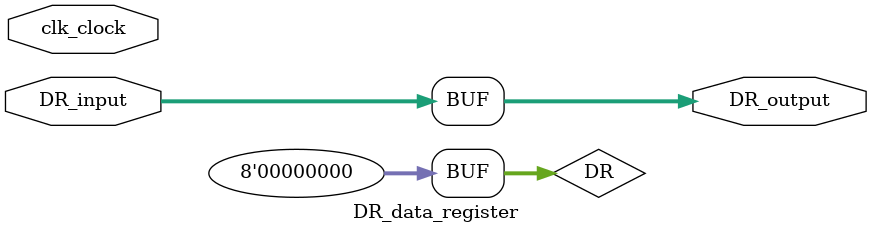
<source format=v>
`timescale 1ns / 1ps

module DR_data_register(
    input wire clk_clock,

    input wire [7:0] DR_input,
    output reg [7:0] DR_output  
    );
reg [7:0] DR;
initial begin
    DR <= 8'h00;
end

always @(*) begin
    DR_output <= DR_input;
end

endmodule

</source>
